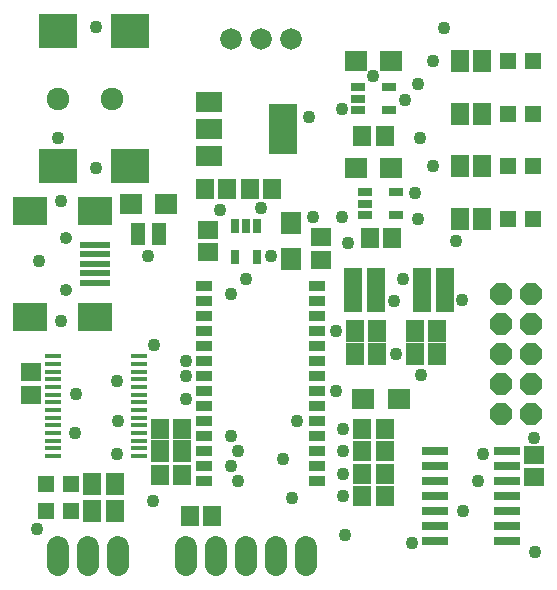
<source format=gts>
G75*
G70*
%OFA0B0*%
%FSLAX24Y24*%
%IPPOS*%
%LPD*%
%AMOC8*
5,1,8,0,0,1.08239X$1,22.5*
%
%ADD10C,0.0720*%
%ADD11R,0.0614X0.0693*%
%ADD12R,0.0567X0.0567*%
%ADD13R,0.0614X0.0732*%
%ADD14R,0.0560X0.0360*%
%ADD15R,0.0693X0.0614*%
%ADD16R,0.0740X0.0661*%
%ADD17OC8,0.0720*%
%ADD18R,0.0577X0.0164*%
%ADD19R,0.1024X0.0236*%
%ADD20R,0.1142X0.0945*%
%ADD21C,0.0425*%
%ADD22C,0.0756*%
%ADD23R,0.1291X0.1134*%
%ADD24R,0.0516X0.0260*%
%ADD25R,0.0661X0.0740*%
%ADD26R,0.0260X0.0516*%
%ADD27R,0.0482X0.0781*%
%ADD28C,0.0720*%
%ADD29R,0.0852X0.0312*%
%ADD30R,0.0906X0.0709*%
%ADD31R,0.0945X0.1654*%
%ADD32C,0.0432*%
D10*
X004282Y005239D02*
X004282Y005839D01*
X005282Y005839D02*
X005282Y005239D01*
X006282Y005239D02*
X006282Y005839D01*
X008532Y005839D02*
X008532Y005239D01*
X009532Y005239D02*
X009532Y005839D01*
X010532Y005839D02*
X010532Y005239D01*
X011532Y005239D02*
X011532Y005839D01*
X012532Y005839D02*
X012532Y005239D01*
D11*
X014408Y007539D03*
X015156Y007539D03*
X015156Y008289D03*
X014408Y008289D03*
X014408Y009039D03*
X015156Y009039D03*
X015156Y009789D03*
X014408Y009789D03*
X009406Y006889D03*
X008658Y006889D03*
X008406Y008239D03*
X007658Y008239D03*
X007658Y009789D03*
X008406Y009789D03*
X014658Y016139D03*
X015406Y016139D03*
X015156Y019539D03*
X014408Y019539D03*
X011406Y017789D03*
X010658Y017789D03*
X009906Y017789D03*
X009158Y017789D03*
D12*
X004696Y007939D03*
X003869Y007939D03*
X003869Y007039D03*
X004696Y007039D03*
X019269Y016789D03*
X020096Y016789D03*
X020096Y018539D03*
X019269Y018539D03*
X019269Y020289D03*
X020096Y020289D03*
X020096Y022039D03*
X019269Y022039D03*
D13*
X018406Y022039D03*
X017658Y022039D03*
X017658Y020289D03*
X018406Y020289D03*
X018406Y018539D03*
X017658Y018539D03*
X017658Y016789D03*
X018406Y016789D03*
X017156Y014789D03*
X016408Y014789D03*
X016408Y014039D03*
X017156Y014039D03*
X016906Y013039D03*
X016158Y013039D03*
X016158Y012289D03*
X016906Y012289D03*
X014906Y012289D03*
X014906Y013039D03*
X014856Y014039D03*
X014108Y014039D03*
X014108Y014789D03*
X014856Y014789D03*
X014158Y013039D03*
X014158Y012289D03*
X008406Y009039D03*
X007658Y009039D03*
X006156Y007939D03*
X005408Y007939D03*
X005408Y007039D03*
X006156Y007039D03*
D14*
X009150Y008039D03*
X009150Y008539D03*
X009150Y009039D03*
X009150Y009539D03*
X009150Y010039D03*
X009150Y010539D03*
X009150Y011039D03*
X009150Y011539D03*
X009150Y012039D03*
X009150Y012539D03*
X009150Y013039D03*
X009150Y013539D03*
X009150Y014039D03*
X009150Y014539D03*
X012914Y014539D03*
X012914Y014039D03*
X012914Y013539D03*
X012914Y013039D03*
X012914Y012539D03*
X012914Y012039D03*
X012914Y011539D03*
X012914Y011039D03*
X012914Y010539D03*
X012914Y010039D03*
X012914Y009539D03*
X012914Y009039D03*
X012914Y008539D03*
X012914Y008039D03*
D15*
X013032Y015415D03*
X013032Y016163D03*
X009282Y016413D03*
X009282Y015665D03*
X003382Y011663D03*
X003382Y010915D03*
X020132Y008913D03*
X020132Y008165D03*
D16*
X015623Y010789D03*
X014442Y010789D03*
X007873Y017289D03*
X006692Y017289D03*
X014192Y018489D03*
X015373Y018489D03*
X015373Y022039D03*
X014192Y022039D03*
D17*
X019032Y014289D03*
X020032Y014289D03*
X020032Y013289D03*
X020032Y012289D03*
X019032Y012289D03*
X019032Y013289D03*
X019032Y011289D03*
X020032Y011289D03*
X020032Y010289D03*
X019032Y010289D03*
D18*
X006972Y010411D03*
X006972Y010667D03*
X006972Y010922D03*
X006972Y011178D03*
X006972Y011434D03*
X006972Y011690D03*
X006972Y011946D03*
X006972Y012202D03*
X006972Y010155D03*
X006972Y009899D03*
X006972Y009643D03*
X006972Y009387D03*
X006972Y009131D03*
X006972Y008875D03*
X004093Y008875D03*
X004093Y009131D03*
X004093Y009387D03*
X004093Y009643D03*
X004093Y009899D03*
X004093Y010155D03*
X004093Y010411D03*
X004093Y010667D03*
X004093Y010922D03*
X004093Y011178D03*
X004093Y011434D03*
X004093Y011690D03*
X004093Y011946D03*
X004093Y012202D03*
D19*
X005516Y014659D03*
X005516Y014974D03*
X005516Y015289D03*
X005516Y015604D03*
X005516Y015919D03*
D20*
X005516Y017060D03*
X003351Y017060D03*
X003351Y013517D03*
X005516Y013517D03*
D21*
X004532Y014422D03*
X004532Y016155D03*
D22*
X004282Y020789D03*
X006082Y020789D03*
D23*
X006684Y023033D03*
X004282Y023033D03*
X004282Y018544D03*
X006684Y018544D03*
D24*
X014270Y020415D03*
X014270Y020789D03*
X014270Y021163D03*
X015294Y021163D03*
X015294Y020415D03*
X015544Y017663D03*
X015544Y016915D03*
X014520Y016915D03*
X014520Y017289D03*
X014520Y017663D03*
D25*
X012032Y016629D03*
X012032Y015448D03*
D26*
X010906Y015527D03*
X010158Y015527D03*
X010158Y016550D03*
X010532Y016550D03*
X010906Y016550D03*
D27*
X007633Y016289D03*
X006932Y016289D03*
D28*
X010032Y022789D03*
X011032Y022789D03*
X012032Y022789D03*
D29*
X016822Y009039D03*
X016822Y008539D03*
X016822Y008039D03*
X016822Y007539D03*
X016822Y007039D03*
X016822Y006539D03*
X016822Y006039D03*
X019242Y006039D03*
X019242Y006539D03*
X019242Y007039D03*
X019242Y007539D03*
X019242Y008039D03*
X019242Y008539D03*
X019242Y009039D03*
D30*
X009292Y018883D03*
X009292Y019789D03*
X009292Y020694D03*
D31*
X011772Y019789D03*
D32*
X012632Y020189D03*
X013732Y020439D03*
X014782Y021539D03*
X015832Y020739D03*
X016282Y021289D03*
X016782Y022039D03*
X017132Y023139D03*
X016332Y019489D03*
X016782Y018539D03*
X016182Y017639D03*
X016282Y016789D03*
X017532Y016039D03*
X017732Y014089D03*
X015782Y014789D03*
X015482Y014039D03*
X015532Y012289D03*
X016382Y011589D03*
X013782Y009789D03*
X013782Y009039D03*
X013782Y008289D03*
X013782Y007539D03*
X013832Y006239D03*
X012082Y007489D03*
X011782Y008789D03*
X012232Y010039D03*
X013532Y011039D03*
X013532Y013039D03*
X011382Y015539D03*
X010532Y014789D03*
X010032Y014289D03*
X008532Y012039D03*
X008532Y011539D03*
X008532Y010789D03*
X010032Y009539D03*
X010282Y009039D03*
X010032Y008539D03*
X010282Y008039D03*
X007432Y007389D03*
X006232Y008939D03*
X006282Y010039D03*
X006232Y011389D03*
X004882Y010939D03*
X004832Y009639D03*
X003582Y006439D03*
X007482Y012589D03*
X007282Y015539D03*
X009682Y017089D03*
X011032Y017139D03*
X012782Y016839D03*
X013732Y016839D03*
X013932Y015989D03*
X020132Y009489D03*
X018432Y008939D03*
X018282Y008039D03*
X017782Y007039D03*
X016082Y005989D03*
X020182Y005689D03*
X005532Y018489D03*
X004382Y017389D03*
X004282Y019489D03*
X005532Y023189D03*
X003632Y015389D03*
X004382Y013389D03*
M02*

</source>
